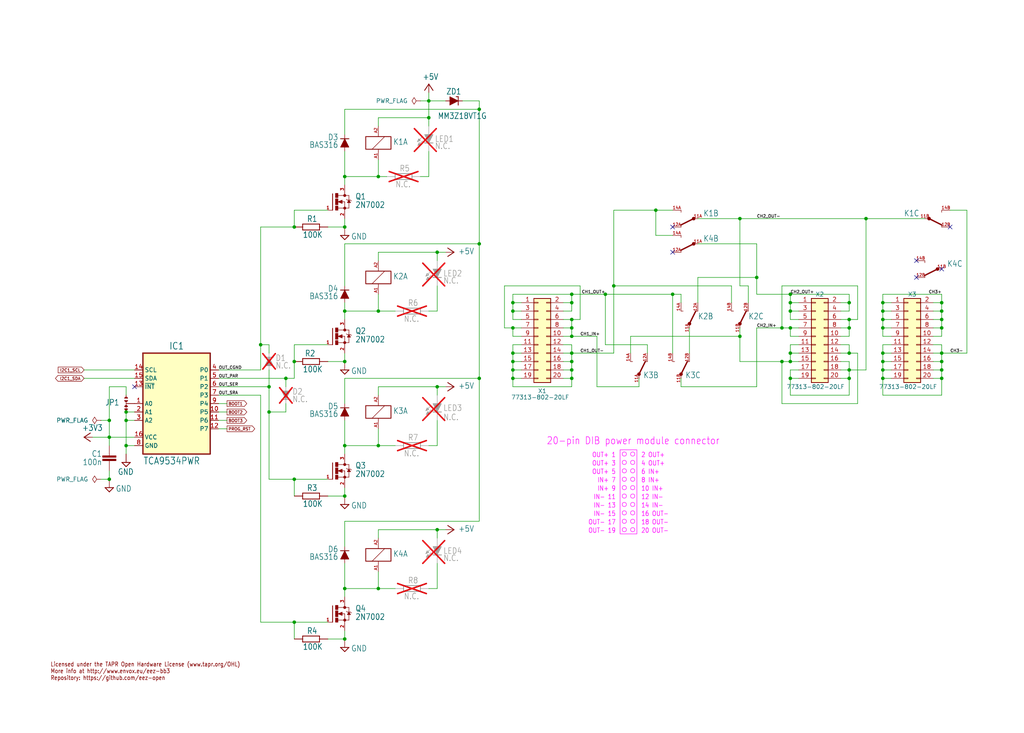
<source format=kicad_sch>
(kicad_sch (version 20230121) (generator eeschema)
  (paper "User" 309.347 221.463)
  (title_block (title "EEZ DIB B3C") (date "2024-01-03") (rev "r3B3") (company "Envox d.o.o.") (comment 1 "https://www.envox.eu"))
  (junction (at 88.9 109.22))
  (junction (at 104.14 109.22))
  (junction (at 238.76 114.3))
  (junction (at 81.28 124.46))
  (junction (at 256.54 106.68))
  (junction (at 238.76 91.44))
  (junction (at 198.12 63.5))
  (junction (at 223.52 101.6))
  (junction (at 256.54 91.44))
  (junction (at 154.94 93.98))
  (junction (at 154.94 99.06))
  (junction (at 104.14 149.86))
  (junction (at 284.48 99.06))
  (junction (at 203.2 88.9))
  (junction (at 256.54 96.52))
  (junction (at 266.7 91.44))
  (junction (at 266.7 99.06))
  (junction (at 104.14 68.58))
  (junction (at 38.1 127))
  (junction (at 238.76 88.9))
  (junction (at 236.22 99.06))
  (junction (at 266.7 109.22))
  (junction (at 284.48 96.52))
  (junction (at 144.78 73.66))
  (junction (at 104.14 177.8))
  (junction (at 81.28 116.84))
  (junction (at 266.7 106.68))
  (junction (at 172.72 101.6))
  (junction (at 266.7 111.76))
  (junction (at 185.42 86.36))
  (junction (at 86.36 114.3))
  (junction (at 38.1 134.62))
  (junction (at 104.14 53.34))
  (junction (at 261.62 66.04))
  (junction (at 284.48 111.76))
  (junction (at 284.48 109.22))
  (junction (at 114.3 53.34))
  (junction (at 114.3 134.62))
  (junction (at 88.9 144.78))
  (junction (at 114.3 93.98))
  (junction (at 172.72 114.3))
  (junction (at 238.76 109.22))
  (junction (at 284.48 93.98))
  (junction (at 182.88 88.9))
  (junction (at 238.76 106.68))
  (junction (at 266.7 96.52))
  (junction (at 223.52 66.04))
  (junction (at 172.72 109.22))
  (junction (at 154.94 111.76))
  (junction (at 33.02 144.78))
  (junction (at 132.08 160.02))
  (junction (at 154.94 109.22))
  (junction (at 88.9 187.96))
  (junction (at 236.22 109.22))
  (junction (at 284.48 91.44))
  (junction (at 172.72 88.9))
  (junction (at 132.08 76.2))
  (junction (at 172.72 96.52))
  (junction (at 172.72 111.76))
  (junction (at 172.72 106.68))
  (junction (at 129.54 35.56))
  (junction (at 104.14 93.98))
  (junction (at 172.72 99.06))
  (junction (at 129.54 30.48))
  (junction (at 266.7 114.3))
  (junction (at 256.54 99.06))
  (junction (at 38.1 124.46))
  (junction (at 114.3 177.8))
  (junction (at 172.72 91.44))
  (junction (at 144.78 114.3))
  (junction (at 256.54 111.76))
  (junction (at 144.78 33.02))
  (junction (at 238.76 99.06))
  (junction (at 228.6 83.82))
  (junction (at 284.48 106.68))
  (junction (at 154.94 106.68))
  (junction (at 154.94 114.3))
  (junction (at 154.94 91.44))
  (junction (at 266.7 93.98))
  (junction (at 33.02 132.08))
  (junction (at 284.48 114.3))
  (junction (at 78.74 104.14))
  (junction (at 88.9 68.58))
  (junction (at 104.14 134.62))
  (junction (at 238.76 93.98))
  (junction (at 33.02 127))
  (junction (at 256.54 114.3))
  (junction (at 104.14 193.04))
  (junction (at 132.08 116.84))
  (no_connect (at 203.2 68.58))
  (no_connect (at 276.86 83.82))
  (no_connect (at 276.86 78.74))
  (no_connect (at 40.64 116.84))
  (no_connect (at 287.02 68.58))
  (no_connect (at 284.48 81.28))
  (no_connect (at 203.2 76.2))
  (wire (pts (xy 38.1 134.62) (xy 38.1 137.16)) (stroke (width 0.1524)))
  (wire (pts (xy 256.54 106.68) (xy 259.08 106.68)))
  (wire (pts (xy 254 109.22) (xy 256.54 109.22)))
  (wire (pts (xy 236.22 86.36) (xy 236.22 99.06)))
  (wire (pts (xy 266.7 96.52) (xy 266.7 93.98)))
  (wire (pts (xy 104.14 180.34) (xy 104.14 177.8)) (stroke (width 0.1524)))
  (wire (pts (xy 228.6 83.82) (xy 228.6 88.9)) (stroke (width 0.1524)))
  (wire (pts (xy 154.94 116.84) (xy 154.94 114.3)))
  (wire (pts (xy 170.18 96.52) (xy 172.72 96.52)))
  (wire (pts (xy 104.14 53.34) (xy 104.14 45.72)) (stroke (width 0.1524)))
  (wire (pts (xy 182.88 104.14) (xy 182.88 88.9)) (stroke (width 0.1524)))
  (wire (pts (xy 172.72 114.3) (xy 172.72 116.84)))
  (wire (pts (xy 40.64 114.3) (xy 25.4 114.3)) (stroke (width 0.1524)))
  (wire (pts (xy 269.24 101.6) (xy 266.7 101.6)))
  (wire (pts (xy 266.7 114.3) (xy 269.24 114.3)))
  (wire (pts (xy 281.94 99.06) (xy 284.48 99.06)))
  (wire (pts (xy 144.78 30.48) (xy 144.78 33.02)) (stroke (width 0.1524)))
  (wire (pts (xy 154.94 93.98) (xy 154.94 91.44)))
  (wire (pts (xy 193.04 116.84) (xy 193.04 114.3)) (stroke (width 0.1524)))
  (wire (pts (xy 226.06 91.44) (xy 226.06 86.36)) (stroke (width 0.1524)))
  (wire (pts (xy 104.14 93.98) (xy 104.14 91.44)) (stroke (width 0.1524)))
  (wire (pts (xy 281.94 109.22) (xy 284.48 109.22)))
  (wire (pts (xy 129.54 177.8) (xy 132.08 177.8)) (stroke (width 0.1524)))
  (wire (pts (xy 154.94 93.98) (xy 157.48 93.98)))
  (wire (pts (xy 284.48 99.06) (xy 284.48 101.6)))
  (wire (pts (xy 266.7 96.52) (xy 266.7 99.06)))
  (wire (pts (xy 66.04 111.76) (xy 78.74 111.76)) (stroke (width 0.1524)))
  (wire (pts (xy 38.1 124.46) (xy 38.1 127)) (stroke (width 0.1524)))
  (wire (pts (xy 88.9 68.58) (xy 88.9 63.5)) (stroke (width 0.1524)))
  (wire (pts (xy 266.7 93.98) (xy 269.24 93.98)))
  (wire (pts (xy 281.94 111.76) (xy 284.48 111.76)))
  (wire (pts (xy 154.94 111.76) (xy 157.48 111.76)))
  (wire (pts (xy 114.3 160.02) (xy 114.3 162.56)) (stroke (width 0.1524)))
  (wire (pts (xy 104.14 177.8) (xy 104.14 170.18)) (stroke (width 0.1524)))
  (wire (pts (xy 254 91.44) (xy 256.54 91.44)))
  (wire (pts (xy 40.64 111.76) (xy 25.4 111.76)) (stroke (width 0.1524)))
  (wire (pts (xy 259.08 96.52) (xy 259.08 86.36)))
  (wire (pts (xy 284.48 104.14) (xy 284.48 106.68)))
  (wire (pts (xy 284.48 114.3) (xy 284.48 119.38)))
  (wire (pts (xy 220.98 91.44) (xy 220.98 86.36)) (stroke (width 0.1524)))
  (wire (pts (xy 254 104.14) (xy 256.54 104.14)))
  (wire (pts (xy 175.26 86.36) (xy 152.4 86.36)))
  (wire (pts (xy 114.3 35.56) (xy 114.3 38.1)) (stroke (width 0.1524)))
  (wire (pts (xy 104.14 137.16) (xy 104.14 134.62)) (stroke (width 0.1524)))
  (wire (pts (xy 134.62 76.2) (xy 132.08 76.2)) (stroke (width 0.1524)))
  (wire (pts (xy 266.7 111.76) (xy 269.24 111.76)))
  (wire (pts (xy 172.72 104.14) (xy 172.72 106.68)))
  (wire (pts (xy 99.06 193.04) (xy 104.14 193.04)) (stroke (width 0.1524)))
  (wire (pts (xy 266.7 104.14) (xy 266.7 106.68)))
  (wire (pts (xy 238.76 119.38) (xy 238.76 114.3)))
  (wire (pts (xy 99.06 63.5) (xy 88.9 63.5)) (stroke (width 0.1524)))
  (wire (pts (xy 154.94 106.68) (xy 154.94 109.22)))
  (wire (pts (xy 170.18 91.44) (xy 172.72 91.44)))
  (wire (pts (xy 281.94 101.6) (xy 284.48 101.6)))
  (wire (pts (xy 172.72 109.22) (xy 172.72 111.76)))
  (wire (pts (xy 254 114.3) (xy 256.54 114.3)))
  (wire (pts (xy 195.58 104.14) (xy 182.88 104.14)) (stroke (width 0.1524)))
  (wire (pts (xy 40.64 132.08) (xy 33.02 132.08)) (stroke (width 0.1524)))
  (wire (pts (xy 210.82 83.82) (xy 228.6 83.82)) (stroke (width 0.1524)))
  (wire (pts (xy 238.76 91.44) (xy 238.76 88.9)))
  (wire (pts (xy 99.06 104.14) (xy 88.9 104.14)) (stroke (width 0.1524)))
  (wire (pts (xy 33.02 132.08) (xy 27.94 132.08)) (stroke (width 0.1524)))
  (wire (pts (xy 88.9 187.96) (xy 88.9 193.04)) (stroke (width 0.1524)))
  (wire (pts (xy 238.76 109.22) (xy 241.3 109.22)))
  (wire (pts (xy 281.94 91.44) (xy 284.48 91.44)))
  (wire (pts (xy 241.3 96.52) (xy 238.76 96.52)))
  (wire (pts (xy 172.72 116.84) (xy 154.94 116.84)))
  (wire (pts (xy 114.3 93.98) (xy 119.38 93.98)) (stroke (width 0.1524)))
  (wire (pts (xy 228.6 88.9) (xy 238.76 88.9)) (stroke (width 0.1524)))
  (wire (pts (xy 281.94 96.52) (xy 284.48 96.52)))
  (wire (pts (xy 104.14 96.52) (xy 104.14 93.98)) (stroke (width 0.1524)))
  (wire (pts (xy 238.76 114.3) (xy 241.3 114.3)))
  (wire (pts (xy 114.3 76.2) (xy 132.08 76.2)) (stroke (width 0.1524)))
  (wire (pts (xy 228.6 116.84) (xy 228.6 99.06)) (stroke (width 0.1524)))
  (wire (pts (xy 33.02 142.24) (xy 33.02 144.78)) (stroke (width 0.1524)))
  (wire (pts (xy 281.94 93.98) (xy 284.48 93.98)))
  (wire (pts (xy 185.42 86.36) (xy 185.42 106.68)) (stroke (width 0.1524)))
  (wire (pts (xy 114.3 48.26) (xy 114.3 53.34)) (stroke (width 0.1524)))
  (wire (pts (xy 114.3 35.56) (xy 129.54 35.56)) (stroke (width 0.1524)))
  (wire (pts (xy 132.08 177.8) (xy 132.08 170.18)) (stroke (width 0.1524)))
  (wire (pts (xy 78.74 104.14) (xy 81.28 104.14)) (stroke (width 0.1524)))
  (wire (pts (xy 170.18 99.06) (xy 172.72 99.06)))
  (wire (pts (xy 129.54 27.94) (xy 129.54 30.48)) (stroke (width 0.1524)))
  (wire (pts (xy 129.54 93.98) (xy 132.08 93.98)) (stroke (width 0.1524)))
  (wire (pts (xy 104.14 165.1) (xy 104.14 157.48)) (stroke (width 0.1524)))
  (wire (pts (xy 129.54 35.56) (xy 129.54 38.1)) (stroke (width 0.1524)))
  (wire (pts (xy 152.4 99.06) (xy 154.94 99.06)))
  (wire (pts (xy 170.18 109.22) (xy 172.72 109.22)))
  (wire (pts (xy 180.34 116.84) (xy 193.04 116.84)) (stroke (width 0.1524)))
  (wire (pts (xy 104.14 40.64) (xy 104.14 33.02)) (stroke (width 0.1524)))
  (wire (pts (xy 254 96.52) (xy 256.54 96.52)))
  (wire (pts (xy 154.94 99.06) (xy 154.94 101.6)))
  (wire (pts (xy 256.54 109.22) (xy 256.54 111.76)))
  (wire (pts (xy 261.62 66.04) (xy 261.62 111.76)))
  (wire (pts (xy 66.04 116.84) (xy 81.28 116.84)) (stroke (width 0.1524)))
  (wire (pts (xy 132.08 116.84) (xy 132.08 119.38)) (stroke (width 0.1524)))
  (wire (pts (xy 81.28 116.84) (xy 81.28 124.46)) (stroke (width 0.1524)))
  (wire (pts (xy 154.94 104.14) (xy 154.94 106.68)))
  (wire (pts (xy 254 111.76) (xy 256.54 111.76)))
  (wire (pts (xy 172.72 111.76) (xy 172.72 114.3)))
  (wire (pts (xy 205.74 91.44) (xy 205.74 88.9)) (stroke (width 0.1524)))
  (wire (pts (xy 284.48 119.38) (xy 266.7 119.38)))
  (wire (pts (xy 266.7 106.68) (xy 269.24 106.68)))
  (wire (pts (xy 256.54 119.38) (xy 238.76 119.38)))
  (wire (pts (xy 132.08 160.02) (xy 132.08 162.56)) (stroke (width 0.1524)))
  (wire (pts (xy 119.38 134.62) (xy 114.3 134.62)) (stroke (width 0.1524)))
  (wire (pts (xy 259.08 121.92) (xy 236.22 121.92)))
  (wire (pts (xy 104.14 106.68) (xy 104.14 109.22)) (stroke (width 0.1524)))
  (wire (pts (xy 238.76 93.98) (xy 241.3 93.98)))
  (wire (pts (xy 152.4 86.36) (xy 152.4 99.06)))
  (wire (pts (xy 284.48 96.52) (xy 284.48 99.06)))
  (wire (pts (xy 284.48 106.68) (xy 284.48 109.22)))
  (wire (pts (xy 175.26 96.52) (xy 175.26 86.36)))
  (wire (pts (xy 261.62 66.04) (xy 279.4 66.04)) (stroke (width 0.1524)))
  (wire (pts (xy 104.14 33.02) (xy 144.78 33.02)) (stroke (width 0.1524)))
  (wire (pts (xy 30.48 144.78) (xy 33.02 144.78)))
  (wire (pts (xy 210.82 91.44) (xy 210.82 83.82)) (stroke (width 0.1524)))
  (wire (pts (xy 238.76 111.76) (xy 241.3 111.76)))
  (wire (pts (xy 78.74 104.14) (xy 78.74 68.58)) (stroke (width 0.1524)))
  (wire (pts (xy 154.94 109.22) (xy 154.94 111.76)))
  (wire (pts (xy 114.3 76.2) (xy 114.3 78.74)) (stroke (width 0.1524)))
  (wire (pts (xy 172.72 88.9) (xy 172.72 91.44)))
  (wire (pts (xy 287.02 63.5) (xy 292.1 63.5)) (stroke (width 0.1524)))
  (wire (pts (xy 241.3 101.6) (xy 238.76 101.6)))
  (wire (pts (xy 172.72 99.06) (xy 172.72 101.6)))
  (wire (pts (xy 210.82 73.66) (xy 228.6 73.66)) (stroke (width 0.1524)))
  (wire (pts (xy 144.78 114.3) (xy 144.78 73.66)) (stroke (width 0.1524)))
  (wire (pts (xy 66.04 124.46) (xy 68.58 124.46)) (stroke (width 0.1524)))
  (wire (pts (xy 185.42 86.36) (xy 185.42 63.5)) (stroke (width 0.1524)))
  (wire (pts (xy 114.3 116.84) (xy 132.08 116.84)) (stroke (width 0.1524)))
  (wire (pts (xy 223.52 101.6) (xy 223.52 109.22)) (stroke (width 0.1524)))
  (wire (pts (xy 81.28 124.46) (xy 81.28 144.78)) (stroke (width 0.1524)))
  (wire (pts (xy 259.08 86.36) (xy 236.22 86.36)))
  (wire (pts (xy 30.48 127) (xy 33.02 127)))
  (wire (pts (xy 238.76 88.9) (xy 256.54 88.9)))
  (wire (pts (xy 266.7 114.3) (xy 266.7 111.76)))
  (wire (pts (xy 154.94 91.44) (xy 154.94 88.9)))
  (wire (pts (xy 208.28 106.68) (xy 208.28 99.06)) (stroke (width 0.1524)))
  (wire (pts (xy 154.94 109.22) (xy 157.48 109.22)))
  (wire (pts (xy 266.7 88.9) (xy 284.48 88.9)))
  (wire (pts (xy 157.48 104.14) (xy 154.94 104.14)))
  (wire (pts (xy 256.54 91.44) (xy 256.54 93.98)))
  (wire (pts (xy 170.18 93.98) (xy 172.72 93.98)))
  (wire (pts (xy 254 101.6) (xy 256.54 101.6)))
  (wire (pts (xy 114.3 172.72) (xy 114.3 177.8)) (stroke (width 0.1524)))
  (wire (pts (xy 154.94 114.3) (xy 157.48 114.3)))
  (wire (pts (xy 172.72 96.52) (xy 172.72 99.06)))
  (wire (pts (xy 284.48 111.76) (xy 284.48 114.3)))
  (wire (pts (xy 266.7 99.06) (xy 266.7 101.6)))
  (wire (pts (xy 266.7 119.38) (xy 266.7 114.3)))
  (wire (pts (xy 198.12 71.12) (xy 198.12 63.5)) (stroke (width 0.1524)))
  (wire (pts (xy 66.04 119.38) (xy 78.74 119.38)) (stroke (width 0.1524)))
  (wire (pts (xy 170.18 111.76) (xy 172.72 111.76)))
  (wire (pts (xy 292.1 106.68) (xy 292.1 63.5)) (stroke (width 0.1524)))
  (wire (pts (xy 238.76 104.14) (xy 238.76 106.68)))
  (wire (pts (xy 190.5 101.6) (xy 223.52 101.6)) (stroke (width 0.1524)))
  (wire (pts (xy 127 53.34) (xy 129.54 53.34)) (stroke (width 0.1524)))
  (wire (pts (xy 223.52 109.22) (xy 236.22 109.22)))
  (wire (pts (xy 114.3 119.38) (xy 114.3 116.84)) (stroke (width 0.1524)))
  (wire (pts (xy 154.94 88.9) (xy 172.72 88.9)))
  (wire (pts (xy 40.64 134.62) (xy 38.1 134.62)) (stroke (width 0.1524)))
  (wire (pts (xy 266.7 91.44) (xy 269.24 91.44)))
  (wire (pts (xy 284.48 91.44) (xy 284.48 93.98)))
  (wire (pts (xy 254 93.98) (xy 256.54 93.98)))
  (wire (pts (xy 223.52 86.36) (xy 223.52 66.04)) (stroke (width 0.1524)))
  (wire (pts (xy 203.2 71.12) (xy 198.12 71.12)) (stroke (width 0.1524)))
  (wire (pts (xy 104.14 109.22) (xy 99.06 109.22)) (stroke (width 0.1524)))
  (wire (pts (xy 86.36 121.92) (xy 86.36 124.46)) (stroke (width 0.1524)))
  (wire (pts (xy 104.14 55.88) (xy 104.14 53.34)) (stroke (width 0.1524)))
  (wire (pts (xy 266.7 93.98) (xy 266.7 91.44)))
  (wire (pts (xy 281.94 114.3) (xy 284.48 114.3)))
  (wire (pts (xy 154.94 114.3) (xy 154.94 111.76)))
  (wire (pts (xy 157.48 101.6) (xy 154.94 101.6)))
  (wire (pts (xy 269.24 96.52) (xy 266.7 96.52)))
  (wire (pts (xy 33.02 134.62) (xy 33.02 132.08)) (stroke (width 0.1524)))
  (wire (pts (xy 104.14 68.58) (xy 99.06 68.58)) (stroke (width 0.1524)))
  (wire (pts (xy 281.94 104.14) (xy 284.48 104.14)))
  (wire (pts (xy 78.74 111.76) (xy 78.74 104.14)) (stroke (width 0.1524)))
  (wire (pts (xy 144.78 73.66) (xy 144.78 33.02)) (stroke (width 0.1524)))
  (wire (pts (xy 226.06 86.36) (xy 223.52 86.36)) (stroke (width 0.1524)))
  (wire (pts (xy 238.76 93.98) (xy 238.76 91.44)))
  (wire (pts (xy 104.14 121.92) (xy 104.14 114.3)) (stroke (width 0.1524)))
  (wire (pts (xy 132.08 134.62) (xy 132.08 127)) (stroke (width 0.1524)))
  (wire (pts (xy 114.3 53.34) (xy 104.14 53.34)) (stroke (width 0.1524)))
  (wire (pts (xy 205.74 114.3) (xy 205.74 116.84)) (stroke (width 0.1524)))
  (wire (pts (xy 281.94 106.68) (xy 284.48 106.68)))
  (wire (pts (xy 172.72 101.6) (xy 180.34 101.6)))
  (wire (pts (xy 172.72 88.9) (xy 182.88 88.9)))
  (wire (pts (xy 114.3 134.62) (xy 104.14 134.62)) (stroke (width 0.1524)))
  (wire (pts (xy 86.36 124.46) (xy 81.28 124.46)) (stroke (width 0.1524)))
  (wire (pts (xy 238.76 99.06) (xy 241.3 99.06)))
  (wire (pts (xy 104.14 149.86) (xy 99.06 149.86)) (stroke (width 0.1524)))
  (wire (pts (xy 284.48 109.22) (xy 284.48 111.76)))
  (wire (pts (xy 266.7 106.68) (xy 266.7 109.22)))
  (wire (pts (xy 238.76 106.68) (xy 238.76 109.22)))
  (wire (pts (xy 172.72 91.44) (xy 172.72 93.98)))
  (wire (pts (xy 104.14 73.66) (xy 144.78 73.66)) (stroke (width 0.1524)))
  (wire (pts (xy 157.48 96.52) (xy 154.94 96.52)))
  (wire (pts (xy 266.7 109.22) (xy 269.24 109.22)))
  (wire (pts (xy 256.54 104.14) (xy 256.54 106.68)))
  (wire (pts (xy 114.3 160.02) (xy 132.08 160.02)) (stroke (width 0.1524)))
  (wire (pts (xy 154.94 106.68) (xy 157.48 106.68)))
  (wire (pts (xy 38.1 116.84) (xy 33.02 116.84)) (stroke (width 0.1524)))
  (wire (pts (xy 127 30.48) (xy 129.54 30.48)))
  (wire (pts (xy 129.54 53.34) (xy 129.54 45.72)) (stroke (width 0.1524)))
  (wire (pts (xy 139.7 30.48) (xy 144.78 30.48)) (stroke (width 0.1524)))
  (wire (pts (xy 129.54 134.62) (xy 132.08 134.62)) (stroke (width 0.1524)))
  (wire (pts (xy 88.9 149.86) (xy 88.9 144.78)) (stroke (width 0.1524)))
  (wire (pts (xy 129.54 30.48) (xy 129.54 35.56)) (stroke (width 0.1524)))
  (wire (pts (xy 33.02 127) (xy 33.02 132.08)) (stroke (width 0.1524)))
  (wire (pts (xy 238.76 96.52) (xy 238.76 93.98)))
  (wire (pts (xy 81.28 116.84) (xy 81.28 111.76)) (stroke (width 0.1524)))
  (wire (pts (xy 78.74 119.38) (xy 78.74 187.96)) (stroke (width 0.1524)))
  (wire (pts (xy 256.54 96.52) (xy 259.08 96.52)))
  (wire (pts (xy 172.72 106.68) (xy 185.42 106.68)))
  (wire (pts (xy 170.18 101.6) (xy 172.72 101.6)))
  (wire (pts (xy 33.02 116.84) (xy 33.02 127)) (stroke (width 0.1524)))
  (wire (pts (xy 134.62 30.48) (xy 129.54 30.48)) (stroke (width 0.1524)))
  (wire (pts (xy 154.94 99.06) (xy 157.48 99.06)))
  (wire (pts (xy 99.06 187.96) (xy 88.9 187.96)) (stroke (width 0.1524)))
  (wire (pts (xy 114.3 88.9) (xy 114.3 93.98)) (stroke (width 0.1524)))
  (wire (pts (xy 132.08 93.98) (xy 132.08 86.36)) (stroke (width 0.1524)))
  (wire (pts (xy 195.58 106.68) (xy 195.58 104.14)) (stroke (width 0.1524)))
  (wire (pts (xy 284.48 106.68) (xy 292.1 106.68)))
  (wire (pts (xy 132.08 76.2) (xy 132.08 78.74)) (stroke (width 0.1524)))
  (wire (pts (xy 88.9 109.22) (xy 88.9 114.3)) (stroke (width 0.1524)))
  (wire (pts (xy 228.6 83.82) (xy 228.6 73.66)) (stroke (width 0.1524)))
  (wire (pts (xy 104.14 86.36) (xy 104.14 73.66)) (stroke (width 0.1524)))
  (wire (pts (xy 205.74 88.9) (xy 203.2 88.9)) (stroke (width 0.1524)))
  (wire (pts (xy 238.76 106.68) (xy 241.3 106.68)))
  (wire (pts (xy 104.14 134.62) (xy 104.14 127)) (stroke (width 0.1524)))
  (wire (pts (xy 40.64 127) (xy 38.1 127)) (stroke (width 0.1524)))
  (wire (pts (xy 236.22 109.22) (xy 238.76 109.22)))
  (wire (pts (xy 254 99.06) (xy 256.54 99.06)))
  (wire (pts (xy 256.54 111.76) (xy 261.62 111.76)))
  (wire (pts (xy 104.14 114.3) (xy 144.78 114.3)) (stroke (width 0.1524)))
  (wire (pts (xy 170.18 104.14) (xy 172.72 104.14)))
  (wire (pts (xy 66.04 129.54) (xy 68.58 129.54)) (stroke (width 0.1524)))
  (wire (pts (xy 238.76 91.44) (xy 241.3 91.44)))
  (wire (pts (xy 86.36 116.84) (xy 86.36 114.3)) (stroke (width 0.1524)))
  (wire (pts (xy 236.22 121.92) (xy 236.22 109.22)))
  (wire (pts (xy 241.3 104.14) (xy 238.76 104.14)))
  (wire (pts (xy 104.14 157.48) (xy 144.78 157.48)) (stroke (width 0.1524)))
  (wire (pts (xy 284.48 88.9) (xy 284.48 91.44)))
  (wire (pts (xy 254 106.68) (xy 256.54 106.68)))
  (wire (pts (xy 223.52 66.04) (xy 261.62 66.04)) (stroke (width 0.1524)))
  (wire (pts (xy 114.3 93.98) (xy 104.14 93.98)) (stroke (width 0.1524)))
  (wire (pts (xy 104.14 149.86) (xy 104.14 147.32)) (stroke (width 0.1524)))
  (wire (pts (xy 256.54 96.52) (xy 256.54 99.06)))
  (wire (pts (xy 236.22 99.06) (xy 238.76 99.06)))
  (wire (pts (xy 238.76 114.3) (xy 238.76 111.76)))
  (wire (pts (xy 238.76 99.06) (xy 238.76 101.6)))
  (wire (pts (xy 66.04 127) (xy 68.58 127)) (stroke (width 0.1524)))
  (wire (pts (xy 66.04 114.3) (xy 86.36 114.3)) (stroke (width 0.1524)))
  (wire (pts (xy 203.2 88.9) (xy 203.2 106.68)) (stroke (width 0.1524)))
  (wire (pts (xy 259.08 106.68) (xy 259.08 121.92)))
  (wire (pts (xy 154.94 96.52) (xy 154.94 93.98)))
  (wire (pts (xy 134.62 116.84) (xy 132.08 116.84)) (stroke (width 0.1524)))
  (wire (pts (xy 269.24 104.14) (xy 266.7 104.14)))
  (wire (pts (xy 134.62 160.02) (xy 132.08 160.02)) (stroke (width 0.1524)))
  (wire (pts (xy 154.94 91.44) (xy 157.48 91.44)))
  (wire (pts (xy 284.48 93.98) (xy 284.48 96.52)))
  (wire (pts (xy 172.72 106.68) (xy 172.72 109.22)))
  (wire (pts (xy 40.64 124.46) (xy 38.1 124.46)) (stroke (width 0.1524)))
  (wire (pts (xy 203.2 88.9) (xy 182.88 88.9)) (stroke (width 0.1524)))
  (wire (pts (xy 88.9 187.96) (xy 78.74 187.96)) (stroke (width 0.1524)))
  (wire (pts (xy 180.34 101.6) (xy 180.34 116.84)))
  (wire (pts (xy 88.9 109.22) (xy 88.9 104.14)) (stroke (width 0.1524)))
  (wire (pts (xy 104.14 66.04) (xy 104.14 68.58)) (stroke (width 0.1524)))
  (wire (pts (xy 66.04 121.92) (xy 68.58 121.92)) (stroke (width 0.1524)))
  (wire (pts (xy 78.74 68.58) (xy 88.9 68.58)) (stroke (width 0.1524)))
  (wire (pts (xy 256.54 111.76) (xy 256.54 114.3)))
  (wire (pts (xy 256.54 99.06) (xy 256.54 101.6)))
  (wire (pts (xy 144.78 157.48) (xy 144.78 114.3)) (stroke (width 0.1524)))
  (wire (pts (xy 86.36 114.3) (xy 88.9 114.3)) (stroke (width 0.1524)))
  (wire (pts (xy 266.7 91.44) (xy 266.7 88.9)))
  (wire (pts (xy 99.06 144.78) (xy 88.9 144.78)) (stroke (width 0.1524)))
  (wire (pts (xy 198.12 63.5) (xy 185.42 63.5)) (stroke (width 0.1524)))
  (wire (pts (xy 114.3 177.8) (xy 104.14 177.8)) (stroke (width 0.1524)))
  (wire (pts (xy 256.54 88.9) (xy 256.54 91.44)))
  (wire (pts (xy 172.72 96.52) (xy 175.26 96.52)))
  (wire (pts (xy 266.7 99.06) (xy 269.24 99.06)))
  (wire (pts (xy 38.1 119.38) (xy 38.1 116.84)) (stroke (width 0.1524)))
  (wire (pts (xy 220.98 86.36) (xy 185.42 86.36)) (stroke (width 0.1524)))
  (wire (pts (xy 190.5 106.68) (xy 190.5 101.6)) (stroke (width 0.1524)))
  (wire (pts (xy 88.9 144.78) (xy 81.28 144.78)) (stroke (width 0.1524)))
  (wire (pts (xy 114.3 53.34) (xy 116.84 53.34)) (stroke (width 0.1524)))
  (wire (pts (xy 256.54 114.3) (xy 256.54 119.38)))
  (wire (pts (xy 205.74 116.84) (xy 228.6 116.84)) (stroke (width 0.1524)))
  (wire (pts (xy 203.2 63.5) (xy 198.12 63.5)) (stroke (width 0.1524)))
  (wire (pts (xy 223.52 101.6) (xy 223.52 99.06)) (stroke (width 0.1524)))
  (wire (pts (xy 228.6 99.06) (xy 236.22 99.06)) (stroke (width 0.1524)))
  (wire (pts (xy 104.14 190.5) (xy 104.14 193.04)) (stroke (width 0.1524)))
  (wire (pts (xy 170.18 114.3) (xy 172.72 114.3)))
  (wire (pts (xy 170.18 106.68) (xy 172.72 106.68)))
  (wire (pts (xy 223.52 66.04) (xy 210.82 66.04)) (stroke (width 0.1524)))
  (wire (pts (xy 114.3 134.62) (xy 114.3 129.54)) (stroke (width 0.1524)))
  (wire (pts (xy 114.3 177.8) (xy 119.38 177.8)) (stroke (width 0.1524)))
  (wire (pts (xy 266.7 109.22) (xy 266.7 111.76)))
  (wire (pts (xy 38.1 127) (xy 38.1 134.62)) (stroke (width 0.1524)))
  (wire (pts (xy 81.28 104.14) (xy 81.28 106.68)) (stroke (width 0.1524)))
  (circle (center 191.135 137.16) (radius 0.635) (stroke (width 0.1524) (color 255 0 255 1)))
  (circle (center 191.135 142.24) (radius 0.635) (stroke (width 0.1524) (color 255 0 255 1)))
  (circle (center 191.135 139.7) (radius 0.635) (stroke (width 0.1524) (color 255 0 255 1)))
  (circle (center 191.135 152.4) (radius 0.635) (stroke (width 0.1524) (color 255 0 255 1)))
  (circle (center 188.595 137.16) (radius 0.635) (stroke (width 0.1524) (color 255 0 255 1)))
  (circle (center 191.135 157.48) (radius 0.635) (stroke (width 0.1524) (color 255 0 255 1)))
  (circle (center 188.595 154.94) (radius 0.635) (stroke (width 0.1524) (color 255 0 255 1)))
  (circle (center 188.595 149.86) (radius 0.635) (stroke (width 0.1524) (color 255 0 255 1)))
  (circle (center 188.595 160.02) (radius 0.635) (stroke (width 0.1524) (color 255 0 255 1)))
  (rectangle (start 187.325 135.89) (end 192.405 161.29) (stroke (width 0) (color 255 0 255 1)))
  (circle (center 191.135 160.02) (radius 0.635) (stroke (width 0.1524) (color 255 0 255 1)))
  (circle (center 188.595 152.4) (radius 0.635) (stroke (width 0.1524) (color 255 0 255 1)))
  (circle (center 188.595 144.78) (radius 0.635) (stroke (width 0.1524) (color 255 0 255 1)))
  (circle (center 188.595 157.48) (radius 0.635) (stroke (width 0.1524) (color 255 0 255 1)))
  (circle (center 191.135 149.86) (radius 0.635) (stroke (width 0.1524) (color 255 0 255 1)))
  (circle (center 188.595 142.24) (radius 0.635) (stroke (width 0.1524) (color 255 0 255 1)))
  (circle (center 191.135 144.78) (radius 0.635) (stroke (width 0.1524) (color 255 0 255 1)))
  (circle (center 188.595 139.7) (radius 0.635) (stroke (width 0.1524) (color 255 0 255 1)))
  (circle (center 191.135 154.94) (radius 0.635) (stroke (width 0.1524) (color 255 0 255 1)))
  (circle (center 191.135 147.32) (radius 0.635) (stroke (width 0.1524) (color 255 0 255 1)))
  (circle (center 188.595 147.32) (radius 0.635) (stroke (width 0.1524) (color 255 0 255 1)))
  (text "14 IN-" (at 193.675 153.67 0) (effects (font (size 1.4224 1.209)) (justify left bottom)))
  (text "Licensed under the TAPR Open Hardware License (www.tapr.org/OHL)\nMore info at http://www.envox.eu/eez-bb3\nRepository: https://github.com/eez-open" (at 15.24 205.74 0) (effects (font (size 1.27 1.0795)) (justify left bottom)))
  (text "OUT+ 5" (at 186.055 143.51 0) (effects (font (size 1.4224 1.209)) (justify right bottom)))
  (text "6 IN+" (at 193.675 143.51 0) (effects (font (size 1.4224 1.209)) (justify left bottom)))
  (text "12 IN-" (at 193.675 151.13 0) (effects (font (size 1.4224 1.209)) (justify left bottom)))
  (text "IN- 15" (at 186.055 156.21 0) (effects (font (size 1.4224 1.209)) (justify right bottom)))
  (text "IN- 13" (at 186.055 153.67 0) (effects (font (size 1.4224 1.209)) (justify right bottom)))
  (text "IN+ 9" (at 186.055 148.59 0) (effects (font (size 1.4224 1.209)) (justify right bottom)))
  (text "IN+ 7" (at 186.055 146.05 0) (effects (font (size 1.4224 1.209)) (justify right bottom)))
  (text "IN- 11" (at 186.055 151.13 0) (effects (font (size 1.4224 1.209)) (justify right bottom)))
  (text "16 OUT-" (at 193.675 156.21 0) (effects (font (size 1.4224 1.209)) (justify left bottom)))
  (text "20-pin DIB power module connector" (at 165.1 134.62 0) (effects (font (size 2.1844 1.8567)) (justify left bottom)))
  (text "OUT- 17" (at 186.055 158.75 0) (effects (font (size 1.4224 1.209)) (justify right bottom)))
  (text "OUT- 19" (at 186.055 161.29 0) (effects (font (size 1.4224 1.209)) (justify right bottom)))
  (text "10 IN+" (at 193.675 148.59 0) (effects (font (size 1.4224 1.209)) (justify left bottom)))
  (text "OUT+ 3" (at 186.055 140.97 0) (effects (font (size 1.4224 1.209)) (justify right bottom)))
  (text "18 OUT-" (at 193.675 158.75 0) (effects (font (size 1.4224 1.209)) (justify left bottom)))
  (text "OUT+ 1" (at 186.055 138.43 0) (effects (font (size 1.4224 1.209)) (justify right bottom)))
  (text "2 OUT+" (at 193.675 138.43 0) (effects (font (size 1.4224 1.209)) (justify left bottom)))
  (text "4 OUT+" (at 193.675 140.97 0) (effects (font (size 1.4224 1.209)) (justify left bottom)))
  (text "8 IN+" (at 193.675 146.05 0) (effects (font (size 1.4224 1.209)) (justify left bottom)))
  (text "20 OUT-" (at 193.675 161.29 0) (effects (font (size 1.4224 1.209)) (justify left bottom)))
  (label "OUT_SRA" (at 66.04 119.38 0) (effects (font (size 0.889 0.889))))
  (label "OUT_SER" (at 66.04 116.84 0) (effects (font (size 0.889 0.889))))
  (label "CH2_OUT-" (at 228.6 66.04 0) (effects (font (size 0.889 0.889))))
  (label "CH3+" (at 284.48 88.9 180) (effects (font (size 0.889 0.889))))
  (label "CH1_OUT-" (at 175.26 106.68 0) (effects (font (size 0.889 0.889))))
  (label "CH3-" (at 287.02 106.68 0) (effects (font (size 0.889 0.889))))
  (label "CH1_IN+" (at 175.26 101.6 0) (effects (font (size 0.889 0.889))))
  (label "CH1_OUT+" (at 182.88 88.9 180) (effects (font (size 0.889 0.889))))
  (label "OUT_PAR" (at 66.04 114.3 0) (effects (font (size 0.889 0.889))))
  (label "CH2_OUT+" (at 238.76 88.9 0) (effects (font (size 0.889 0.889))))
  (label "OUT_CGND" (at 66.04 111.76 0) (effects (font (size 0.889 0.889))))
  (label "CH2_IN+" (at 228.6 99.06 0) (effects (font (size 0.889 0.889))))
  (global_label "BOOT1" (shape output) (at 68.58 121.92 0) (effects (font (size 0.889 0.889))) (property "Intersheetrefs" "${INTERSHEET_REFS}" (effects hide)))
  (global_label "I2C1_SDA" (shape bidirectional) (at 25.4 114.3 180) (effects (font (size 0.889 0.889))) (property "Intersheetrefs" "${INTERSHEET_REFS}" (effects hide)))
  (global_label "I2C1_SCL" (shape input) (at 25.4 111.76 180) (effects (font (size 0.889 0.889))) (property "Intersheetrefs" "${INTERSHEET_REFS}" (effects hide)))
  (global_label "PROG_RST" (shape output) (at 68.58 129.54 0) (effects (font (size 0.889 0.889))) (property "Intersheetrefs" "${INTERSHEET_REFS}" (effects hide)))
  (global_label "BOOT2" (shape output) (at 68.58 124.46 0) (effects (font (size 0.889 0.889))) (property "Intersheetrefs" "${INTERSHEET_REFS}" (effects hide)))
  (global_label "BOOT3" (shape output) (at 68.58 127 0) (effects (font (size 0.889 0.889))) (property "Intersheetrefs" "${INTERSHEET_REFS}" (effects hide)))
  (symbol (lib_id "PCM_EEZ_symbols:+3V3") (at 25.4 132.08 90) (unit 1)
    (property "Reference" "#+3V01" (effects hide))
    (property "Value" "+3V3" (at 24.765 128.27 90) (effects (font (size 1.778 1.5113)) (justify right bottom)))
  )
  (symbol (lib_id "PCM_EEZ_unsorted:Relay RT424005") (at 279.4 66.04 270) (unit 3)
    (property "Reference" "K1" (at 273.05 65.405 90) (effects (font (size 1.778 1.5113)) (justify left bottom)))
    (property "Value" "RT424005" (effects hide))
    (property "Footprint" "PCM_EEZ_THT:RT424005" (effects hide))
    (property "DigiKey" "PB1998-ND" (effects hide))
    (property "Mouser" "655-RT424005 " (effects hide))
    (property "TME" "RT424005" (effects hide))
  )
  (symbol (lib_id "PCM_EEZ_symbols:GND") (at 104.14 152.4 0) (unit 1)
    (property "Reference" "#SUPPLY05" (effects hide))
    (property "Value" "GND" (at 106.045 153.67 0) (effects (font (size 1.778 1.5113)) (justify left bottom)))
  )
  (symbol (lib_id "PCM_EEZ_unsorted:Relay RT424005") (at 210.82 66.04 90) (mirror x) (unit 2)
    (property "Reference" "K1" (at 217.17 65.405 90) (effects (font (size 1.778 1.5113)) (justify left bottom)))
    (property "Value" "RT424005" (effects hide))
    (property "Footprint" "PCM_EEZ_THT:RT424005" (effects hide))
    (property "DigiKey" "PB1998-ND" (effects hide))
    (property "Mouser" "655-RT424005 " (effects hide))
    (property "TME" "RT424005" (effects hide))
  )
  (symbol (lib_id "PCM_EEZ_discretes:DIODE") (at 104.14 43.18 90) (unit 1)
    (property "Reference" "D3" (at 102.235 40.4876 90) (effects (font (size 1.778 1.5113)) (justify left bottom)))
    (property "Value" "BAS316" (at 102.235 42.7736 90) (effects (font (size 1.778 1.5113)) (justify left bottom)))
    (property "Footprint" "PCM_EEZ_SMD:SOD-323_1P8X1P35_ONS-M" (effects hide))
    (property "DigiKey" "1727-7370-1-ND" (effects hide))
    (property "Mouser" "771-BAS316-T/R" (effects hide))
    (property "TME" "BAS316,115" (effects hide))
  )
  (symbol (lib_id "PCM_EEZ_passives:R-EU") (at 124.46 93.98 180) (unit 1) (in_bom no) (dnp yes)
    (property "Reference" "R6" (at 123.19 92.4814 0) (effects (font (size 1.778 1.5113)) (justify right top)))
    (property "Value" "N.C." (at 121.92 97.282 0) (effects (font (size 1.778 1.5113)) (justify right top)))
    (property "Footprint" "Resistor_SMD:R_0805_2012Metric" (effects hide))
  )
  (symbol (lib_id "PCM_EEZ_discretes:DIODE_LED") (at 132.08 124.46 0) (unit 1) (in_bom no) (dnp yes)
    (property "Reference" "LED3" (at 133.858 124.206 0) (effects (font (size 1.778 1.5113)) (justify left bottom)))
    (property "Value" "N.C." (at 133.858 127 0) (effects (font (size 1.778 1.5113)) (justify left bottom)))
    (property "Footprint" "PCM_EEZ_SMD:LED_LTST-C170KGKT_LTO-L" (effects hide))
    (property "DigiKey" "160-1414-2-ND" (effects hide))
    (property "Mouser" "859-LTST-C170KGKT" (effects hide))
    (property "TME" "LTST-C170KGKT" (effects hide))
  )
  (symbol (lib_id "PCM_EEZ_passives:R-EU") (at 124.46 134.62 180) (unit 1) (in_bom no) (dnp yes)
    (property "Reference" "R7" (at 123.19 133.1214 0) (effects (font (size 1.778 1.5113)) (justify right top)))
    (property "Value" "N.C." (at 121.92 137.922 0) (effects (font (size 1.778 1.5113)) (justify right top)))
    (property "Footprint" "Resistor_SMD:R_0805_2012Metric" (effects hide))
  )
  (symbol (lib_id "PCM_EEZ_discretes:DIODE_ZENER") (at 137.16 30.48 0) (mirror x) (unit 1)
    (property "Reference" "ZD1" (at 134.747 26.67 0) (effects (font (size 1.778 1.5113)) (justify left bottom)))
    (property "Value" "MM3Z18VT1G" (at 132.207 34.036 0) (effects (font (size 1.778 1.5113)) (justify left bottom)))
    (property "Footprint" "PCM_EEZ_SMD:SOD-323_1P8X1P35_ONS-M" (effects hide))
    (property "DigiKey" "MM3Z18VT1GOSCT-ND" (effects hide))
    (property "Mouser" "863-MM3Z18VT1G" (effects hide))
    (property "TME" "MM3Z18VT1G" (effects hide))
  )
  (symbol (lib_id "PCM_EEZ_symbols:GND") (at 33.02 147.32 0) (unit 1)
    (property "Reference" "#SUPPLY01" (effects hide))
    (property "Value" "GND" (at 34.925 148.59 0) (effects (font (size 1.778 1.5113)) (justify left bottom)))
  )
  (symbol (lib_id "PCM_EEZ_passives:R-EU") (at 93.98 68.58 180) (unit 1)
    (property "Reference" "R1" (at 92.71 67.0814 0) (effects (font (size 1.778 1.5113)) (justify right top)))
    (property "Value" "100K" (at 91.44 71.882 0) (effects (font (size 1.778 1.5113)) (justify right top)))
    (property "Footprint" "Resistor_SMD:R_0805_2012Metric" (effects hide))
    (property "DigiKey" "RMCF0805FT100KCT-ND " (effects hide))
    (property "Mouser" "71-CRCW0805100KFKEAC" (effects hide))
    (property "TME" "SMD0805-100K-1%" (effects hide))
  )
  (symbol (lib_id "PCM_EEZ_connectors:Conn_2Rows-20Pins") (at 157.48 91.44 0) (unit 1)
    (property "Reference" "X1" (at 163.83 118.11 0))
    (property "Value" "77313-802-20LF" (at 163.195 120.015 0))
    (property "Footprint" "PCM_EEZ_connectors:77313-802-20LF" (effects hide))
    (property "DigiKey" "609-77313-802-20LF-ND" (effects hide))
    (property "Mouser" "649-77313-802-20LF" (effects hide))
    (property "TME" "DS1021-2*10SF11" (effects hide))
  )
  (symbol (lib_id "PCM_EEZ_unsorted:Relay RT424005") (at 284.48 81.28 90) (mirror x) (unit 3)
    (property "Reference" "K4" (at 290.83 80.645 90) (effects (font (size 1.778 1.5113)) (justify left bottom)))
    (property "Value" "RT424005" (effects hide))
    (property "Footprint" "PCM_EEZ_THT:RT424005" (effects hide))
    (property "DigiKey" "PB1998-ND" (effects hide))
    (property "Mouser" "655-RT424005 " (effects hide))
    (property "TME" "RT424005" (effects hide))
  )
  (symbol (lib_id "PCM_EEZ_discretes:NMOS") (at 101.6 101.6 0) (unit 1)
    (property "Reference" "Q2" (at 107.315 100.965 0) (effects (font (size 1.778 1.5113)) (justify left bottom)))
    (property "Value" "2N7002" (at 107.315 103.505 0) (effects (font (size 1.778 1.5113)) (justify left bottom)))
    (property "Footprint" "PCM_EEZ_SMD:SOT103P240X110-3N" (effects hide))
    (property "DigiKey" "T2N7002AKLMCT-ND" (effects hide))
    (property "Mouser" "757-T2N7002AKLM" (effects hide))
    (property "TME" "2N7002LT1G" (effects hide))
  )
  (symbol (lib_id "PCM_EEZ_symbols:GND") (at 38.1 139.7 0) (unit 1)
    (property "Reference" "#SUPPLY02" (effects hide))
    (property "Value" "GND" (at 35.56 143.51 0) (effects (font (size 1.778 1.5113)) (justify left bottom)))
  )
  (symbol (lib_id "PCM_EEZ_symbols:+5V") (at 137.16 76.2 270) (unit 1)
    (property "Reference" "#P+02" (effects hide))
    (property "Value" "+5V" (at 138.43 74.93 90) (effects (font (size 1.778 1.5113)) (justify left top)))
  )
  (symbol (lib_id "PCM_EEZ_unsorted:Relay RT424005") (at 205.74 114.3 0) (unit 3)
    (property "Reference" "K3" (at 207.01 114.3 0) (effects (font (size 1.778 1.5113)) (justify left bottom)))
    (property "Value" "RT424005" (effects hide))
    (property "Footprint" "PCM_EEZ_THT:RT424005" (effects hide))
    (property "DigiKey" "PB1998-ND" (effects hide))
    (property "Mouser" "655-RT424005 " (effects hide))
    (property "TME" "RT424005" (effects hide))
  )
  (symbol (lib_id "PCM_EEZ_unsorted:Relay RT424005") (at 193.04 114.3 0) (unit 2)
    (property "Reference" "K3" (at 194.31 114.3 0) (effects (font (size 1.778 1.5113)) (justify left bottom)))
    (property "Value" "RT424005" (effects hide))
    (property "Footprint" "PCM_EEZ_THT:RT424005" (effects hide))
    (property "DigiKey" "PB1998-ND" (effects hide))
    (property "Mouser" "655-RT424005 " (effects hide))
    (property "TME" "RT424005" (effects hide))
  )
  (symbol (lib_id "PCM_EEZ_unsorted:Relay RT424005") (at 210.82 73.66 90) (mirror x) (unit 2)
    (property "Reference" "K4" (at 217.17 73.025 90) (effects (font (size 1.778 1.5113)) (justify left bottom)))
    (property "Value" "RT424005" (effects hide))
    (property "Footprint" "PCM_EEZ_THT:RT424005" (effects hide))
    (property "DigiKey" "PB1998-ND" (effects hide))
    (property "Mouser" "655-RT424005 " (effects hide))
    (property "TME" "RT424005" (effects hide))
  )
  (symbol (lib_id "power:PWR_FLAG") (at 127 30.48 90) (unit 1)
    (property "Reference" "#FLG03" (effects hide))
    (property "Value" "PWR_FLAG" (at 123.19 30.48 90) (effects (justify left)))
  )
  (symbol (lib_id "PCM_EEZ_symbols:GND") (at 104.14 111.76 0) (unit 1)
    (property "Reference" "#SUPPLY04" (effects hide))
    (property "Value" "GND" (at 106.045 113.03 0) (effects (font (size 1.778 1.5113)) (justify left bottom)))
  )
  (symbol (lib_id "PCM_EEZ_discretes:DIODE_LED") (at 132.08 83.82 0) (unit 1) (in_bom no) (dnp yes)
    (property "Reference" "LED2" (at 133.858 83.566 0) (effects (font (size 1.778 1.5113)) (justify left bottom)))
    (property "Value" "N.C." (at 133.858 85.725 0) (effects (font (size 1.778 1.5113)) (justify left bottom)))
    (property "Footprint" "PCM_EEZ_SMD:LED_LTST-C170KGKT_LTO-L" (effects hide))
    (property "DigiKey" "160-1414-2-ND" (effects hide))
    (property "Mouser" "859-LTST-C170KGKT" (effects hide))
    (property "TME" "LTST-C170KGKT" (effects hide))
  )
  (symbol (lib_id "PCM_EEZ_passives:R-EU") (at 93.98 193.04 180) (unit 1)
    (property "Reference" "R4" (at 92.71 191.5414 0) (effects (font (size 1.778 1.5113)) (justify right top)))
    (property "Value" "100K" (at 91.44 196.342 0) (effects (font (size 1.778 1.5113)) (justify right top)))
    (property "Footprint" "Resistor_SMD:R_0805_2012Metric" (effects hide))
    (property "DigiKey" "RMCF0805FT100KCT-ND " (effects hide))
    (property "Mouser" "71-CRCW0805100KFKEAC" (effects hide))
    (property "TME" "SMD0805-100K-1%" (effects hide))
  )
  (symbol (lib_id "PCM_EEZ_TI:TCA9534PWR") (at 53.34 121.92 0) (unit 1)
    (property "Reference" "IC1" (at 51.054 105.664 0) (effects (font (size 2.0828 1.7703)) (justify left bottom)))
    (property "Value" "TCA9534PWR" (at 43.2562 140.3604 0) (effects (font (size 2.0828 1.7703)) (justify left bottom)))
    (property "Footprint" "PCM_EEZ_SMD:PW(R-PDSO-G16)" (effects hide))
    (property "DigiKey" "296-40574-1-ND " (effects hide))
    (property "Mouser" "595-TCA9534PWR" (effects hide))
    (property "TME" "TCA9534PWR" (effects hide))
  )
  (symbol (lib_id "PCM_EEZ_unsorted:JP3 shorted") (at 38.1 121.92 0) (unit 1) (in_bom no)
    (property "Reference" "JP1" (at 31.75 122.555 0) (effects (font (size 1.778 1.5113)) (justify left bottom)))
    (property "Value" "JP3-CUT" (effects hide))
    (property "Footprint" "PCM_EEZ_SMD:JP3 shorted" (effects hide))
  )
  (symbol (lib_id "PCM_EEZ_discretes:DIODE_LED") (at 129.54 43.18 0) (unit 1) (in_bom no) (dnp yes)
    (property "Reference" "LED1" (at 131.318 42.926 0) (effects (font (size 1.778 1.5113)) (justify left bottom)))
    (property "Value" "N.C." (at 131.318 45.085 0) (effects (font (size 1.778 1.5113)) (justify left bottom)))
    (property "Footprint" "PCM_EEZ_SMD:LED_LTST-C170KGKT_LTO-L" (effects hide))
    (property "DigiKey" "160-1414-2-ND" (effects hide))
    (property "Mouser" "859-LTST-C170KGKT" (effects hide))
    (property "TME" "LTST-C170KGKT" (effects hide))
  )
  (symbol (lib_id "PCM_EEZ_discretes:NMOS") (at 101.6 142.24 0) (unit 1)
    (property "Reference" "Q3" (at 107.315 141.605 0) (effects (font (size 1.778 1.5113)) (justify left bottom)))
    (property "Value" "2N7002" (at 107.315 144.145 0) (effects (font (size 1.778 1.5113)) (justify left bottom)))
    (property "Footprint" "PCM_EEZ_SMD:SOT103P240X110-3N" (effects hide))
    (property "DigiKey" "T2N7002AKLMCT-ND" (effects hide))
    (property "Mouser" "757-T2N7002AKLM" (effects hide))
    (property "TME" "2N7002LT1G" (effects hide))
  )
  (symbol (lib_id "PCM_EEZ_passives:R-EU") (at 93.98 109.22 180) (unit 1)
    (property "Reference" "R2" (at 92.075 107.7214 0) (effects (font (size 1.778 1.5113)) (justify right top)))
    (property "Value" "100K" (at 91.44 112.522 0) (effects (font (size 1.778 1.5113)) (justify right top)))
    (property "Footprint" "Resistor_SMD:R_0805_2012Metric" (effects hide))
    (property "DigiKey" "RMCF0805FT100KCT-ND " (effects hide))
    (property "Mouser" "71-CRCW0805100KFKEAC" (effects hide))
    (property "TME" "SMD0805-100K-1%" (effects hide))
  )
  (symbol (lib_id "PCM_EEZ_passives:R-EU") (at 93.98 149.86 180) (unit 1)
    (property "Reference" "R3" (at 92.71 148.3614 0) (effects (font (size 1.778 1.5113)) (justify right top)))
    (property "Value" "100K" (at 91.44 153.162 0) (effects (font (size 1.778 1.5113)) (justify right top)))
    (property "Footprint" "Resistor_SMD:R_0805_2012Metric" (effects hide))
    (property "DigiKey" "RMCF0805FT100KCT-ND " (effects hide))
    (property "Mouser" "71-CRCW0805100KFKEAC" (effects hide))
    (property "TME" "SMD0805-100K-1%" (effects hide))
  )
  (symbol (lib_id "PCM_EEZ_passives:R-EU") (at 124.46 177.8 180) (unit 1) (in_bom no) (dnp yes)
    (property "Reference" "R8" (at 123.19 176.3014 0) (effects (font (size 1.778 1.5113)) (justify right top)))
    (property "Value" "N.C." (at 121.92 181.102 0) (effects (font (size 1.778 1.5113)) (justify right top)))
    (property "Footprint" "Resistor_SMD:R_0805_2012Metric" (effects hide))
  )
  (symbol (lib_id "PCM_EEZ_discretes:NMOS") (at 101.6 185.42 0) (unit 1)
    (property "Reference" "Q4" (at 107.315 184.785 0) (effects (font (size 1.778 1.5113)) (justify left bottom)))
    (property "Value" "2N7002" (at 107.315 187.325 0) (effects (font (size 1.778 1.5113)) (justify left bottom)))
    (property "Footprint" "PCM_EEZ_SMD:SOT103P240X110-3N" (effects hide))
    (property "DigiKey" "T2N7002AKLMCT-ND" (effects hide))
    (property "Mouser" "757-T2N7002AKLM" (effects hide))
    (property "TME" "2N7002LT1G" (effects hide))
  )
  (symbol (lib_id "PCM_EEZ_symbols:+5V") (at 129.54 25.4 0) (unit 1)
    (property "Reference" "#P+01" (effects hide))
    (property "Value" "+5V" (at 127.635 22.225 0) (effects (font (size 1.778 1.5113)) (justify left top)))
  )
  (symbol (lib_id "PCM_EEZ_unsorted:Relay RT424005") (at 208.28 99.06 0) (unit 2)
    (property "Reference" "K2" (at 210.82 96.52 0) (effects (font (size 1.778 1.5113)) (justify left bottom)))
    (property "Value" "RT424005" (effects hide))
    (property "Footprint" "PCM_EEZ_THT:RT424005" (effects hide))
    (property "DigiKey" "PB1998-ND" (effects hide))
    (property "Mouser" "655-RT424005 " (effects hide))
    (property "TME" "RT424005" (effects hide))
  )
  (symbol (lib_id "PCM_EEZ_passives:C-EU") (at 33.02 137.16 0) (unit 1)
    (property "Reference" "C1" (at 30.861 138.049 0) (effects (font (size 1.778 1.5113)) (justify right bottom)))
    (property "Value" "100n" (at 30.861 140.589 0) (effects (font (size 1.778 1.5113)) (justify right bottom)))
    (property "Footprint" "Capacitor_SMD:C_0603_1608Metric" (effects hide))
    (property "DigiKey" "1276-1005-2-ND" (effects hide))
    (property "Mouser" "187-CL10B104KO8NNNC " (effects hide))
    (property "TME" "CL10B104KA8NNNC" (effects hide))
  )
  (symbol (lib_id "PCM_EEZ_discretes:DIODE") (at 81.28 109.22 270) (mirror x) (unit 1) (in_bom no) (dnp yes)
    (property "Reference" "D1" (at 83.185 107.1626 90) (effects (font (size 1.778 1.5113)) (justify left bottom)))
    (property "Value" "N.C." (at 83.185 109.4486 90) (effects (font (size 1.778 1.5113)) (justify left bottom)))
    (property "Footprint" "PCM_EEZ_SMD:SOD-323_1P8X1P35_ONS-M" (effects hide))
  )
  (symbol (lib_id "power:PWR_FLAG") (at 30.48 144.78 90) (unit 1)
    (property "Reference" "#FLG02" (effects hide))
    (property "Value" "PWR_FLAG" (at 26.67 144.78 90) (effects (justify left)))
  )
  (symbol (lib_id "PCM_EEZ_unsorted:Relay RT424005") (at 223.52 99.06 0) (unit 3)
    (property "Reference" "K2" (at 226.06 96.52 0) (effects (font (size 1.778 1.5113)) (justify left bottom)))
    (property "Value" "RT424005" (effects hide))
    (property "Footprint" "PCM_EEZ_THT:RT424005" (effects hide))
    (property "DigiKey" "PB1998-ND" (effects hide))
    (property "Mouser" "655-RT424005 " (effects hide))
    (property "TME" "RT424005" (effects hide))
  )
  (symbol (lib_id "PCM_EEZ_unsorted:Relay RT424005") (at 114.3 167.64 0) (unit 1)
    (property "Reference" "K4" (at 118.745 168.275 0) (effects (font (size 1.778 1.5113)) (justify left bottom)))
    (property "Value" "RT424005" (effects hide))
    (property "Footprint" "PCM_EEZ_THT:RT424005" (effects hide))
    (property "DigiKey" "PB1998-ND" (effects hide))
    (property "Mouser" "655-RT424005 " (effects hide))
    (property "TME" "RT424005" (effects hide))
  )
  (symbol (lib_id "PCM_EEZ_symbols:+5V") (at 137.16 160.02 270) (unit 1)
    (property "Reference" "#P+04" (effects hide))
    (property "Value" "+5V" (at 138.43 158.75 90) (effects (font (size 1.778 1.5113)) (justify left top)))
  )
  (symbol (lib_id "PCM_EEZ_symbols:GND") (at 104.14 71.12 0) (unit 1)
    (property "Reference" "#SUPPLY03" (effects hide))
    (property "Value" "GND" (at 106.045 72.39 0) (effects (font (size 1.778 1.5113)) (justify left bottom)))
  )
  (symbol (lib_id "PCM_EEZ_connectors:Conn_2Rows-20Pins") (at 269.24 91.44 0) (unit 1)
    (property "Reference" "X3" (at 275.59 88.9 0))
    (property "Value" "77313-802-20LF" (at 274.32 116.84 0))
    (property "Footprint" "PCM_EEZ_connectors:77313-802-20LF" (effects hide))
    (property "DigiKey" "609-77313-802-20LF-ND" (effects hide))
    (property "Mouser" "649-77313-802-20LF" (effects hide))
    (property "TME" "DS1021-2*10SF11" (effects hide))
  )
  (symbol (lib_id "PCM_EEZ_unsorted:Relay RT424005") (at 114.3 83.82 0) (unit 1)
    (property "Reference" "K2" (at 118.745 84.455 0) (effects (font (size 1.778 1.5113)) (justify left bottom)))
    (property "Value" "RT424005" (effects hide))
    (property "Footprint" "PCM_EEZ_THT:RT424005" (effects hide))
    (property "DigiKey" "PB1998-ND" (effects hide))
    (property "Mouser" "655-RT424005 " (effects hide))
    (property "TME" "RT424005" (effects hide))
  )
  (symbol (lib_id "PCM_EEZ_symbols:+5V") (at 137.16 116.84 270) (unit 1)
    (property "Reference" "#P+03" (effects hide))
    (property "Value" "+5V" (at 138.43 115.57 90) (effects (font (size 1.778 1.5113)) (justify left top)))
  )
  (symbol (lib_id "PCM_EEZ_symbols:GND") (at 104.14 195.58 0) (unit 1)
    (property "Reference" "#SUPPLY06" (effects hide))
    (property "Value" "GND" (at 106.045 196.85 0) (effects (font (size 1.778 1.5113)) (justify left bottom)))
  )
  (symbol (lib_id "PCM_EEZ_discretes:DIODE_LED") (at 132.08 167.64 0) (unit 1) (in_bom no) (dnp yes)
    (property "Reference" "LED4" (at 133.858 167.386 0) (effects (font (size 1.778 1.5113)) (justify left bottom)))
    (property "Value" "N.C." (at 133.858 169.545 0) (effects (font (size 1.778 1.5113)) (justify left bottom)))
    (property "Footprint" "PCM_EEZ_SMD:LED_LTST-C170KGKT_LTO-L" (effects hide))
    (property "DigiKey" "160-1414-2-ND" (effects hide))
    (property "Mouser" "859-LTST-C170KGKT" (effects hide))
    (property "TME" "LTST-C170KGKT" (effects hide))
  )
  (symbol (lib_id "PCM_EEZ_unsorted:Relay RT424005") (at 114.3 43.18 0) (unit 1)
    (property "Reference" "K1" (at 118.745 43.815 0) (effects (font (size 1.778 1.5113)) (justify left bottom)))
    (property "Value" "RT424005" (effects hide))
    (property "Footprint" "PCM_EEZ_THT:RT424005" (effects hide))
    (property "DigiKey" "PB1998-ND" (effects hide))
    (property "Mouser" "655-RT424005 " (effects hide))
    (property "TME" "RT424005" (effects hide))
  )
  (symbol (lib_id "PCM_EEZ_discretes:DIODE") (at 104.14 124.46 90) (unit 1)
    (property "Reference" "D5" (at 102.235 121.7676 90) (effects (font (size 1.778 1.5113)) (justify left bottom)))
    (property "Value" "BAS316" (at 102.235 124.0536 90) (effects (font (size 1.778 1.5113)) (justify left bottom)))
    (property "Footprint" "PCM_EEZ_SMD:SOD-323_1P8X1P35_ONS-M" (effects hide))
    (property "DigiKey" "1727-7370-1-ND" (effects hide))
    (property "Mouser" "771-BAS316-T/R" (effects hide))
    (property "TME" "BAS316,115" (effects hide))
  )
  (symbol (lib_id "PCM_EEZ_connectors:Conn_2Rows-20Pins") (at 241.3 91.44 0) (unit 1)
    (property "Reference" "X2" (at 247.65 88.9 0))
    (property "Value" "77313-802-20LF" (at 246.38 116.84 0))
    (property "Footprint" "PCM_EEZ_connectors:77313-802-20LF" (effects hide))
    (property "DigiKey" "609-77313-802-20LF-ND" (effects hide))
    (property "Mouser" "649-77313-802-20LF" (effects hide))
    (property "TME" "DS1021-2*10SF11" (effects hide))
  )
  (symbol (lib_id "PCM_EEZ_discretes:DIODE") (at 104.14 167.64 90) (unit 1)
    (property "Reference" "D6" (at 102.235 164.9476 90) (effects (font (size 1.778 1.5113)) (justify left bottom)))
    (property "Value" "BAS316" (at 102.235 167.2336 90) (effects (font (size 1.778 1.5113)) (justify left bottom)))
    (property "Footprint" "PCM_EEZ_SMD:SOD-323_1P8X1P35_ONS-M" (effects hide))
    (property "DigiKey" "1727-7370-1-ND" (effects hide))
    (property "Mouser" "771-BAS316-T/R" (effects hide))
    (property "TME" "BAS316,115" (effects hide))
  )
  (symbol (lib_id "PCM_EEZ_unsorted:Relay RT424005") (at 114.3 124.46 0) (unit 1)
    (property "Reference" "K3" (at 118.745 125.095 0) (effects (font (size 1.778 1.5113)) (justify left bottom)))
    (property "Value" "RT424005" (effects hide))
    (property "Footprint" "PCM_EEZ_THT:RT424005" (effects hide))
    (property "DigiKey" "PB1998-ND" (effects hide))
    (property "Mouser" "655-RT424005 " (effects hide))
    (property "TME" "RT424005" (effects hide))
  )
  (symbol (lib_id "PCM_EEZ_discretes:DIODE") (at 86.36 119.38 90) (mirror x) (unit 1) (in_bom no) (dnp yes)
    (property "Reference" "D2" (at 88.265 117.3226 90) (effects (font (size 1.778 1.5113)) (justify right top)))
    (property "Value" "N.C." (at 88.265 119.6086 90) (effects (font (size 1.778 1.5113)) (justify right top)))
    (property "Footprint" "PCM_EEZ_SMD:SOD-323_1P8X1P35_ONS-M" (effects hide))
  )
  (symbol (lib_id "PCM_EEZ_discretes:DIODE") (at 104.14 88.9 90) (unit 1)
    (property "Reference" "D4" (at 102.235 86.2076 90) (effects (font (size 1.778 1.5113)) (justify left bottom)))
    (property "Value" "BAS316" (at 102.235 88.4936 90) (effects (font (size 1.778 1.5113)) (justify left bottom)))
    (property "Footprint" "PCM_EEZ_SMD:SOD-323_1P8X1P35_ONS-M" (effects hide))
    (property "DigiKey" "1727-7370-1-ND" (effects hide))
    (property "Mouser" "771-BAS316-T/R" (effects hide))
    (property "TME" "BAS316,115" (effects hide))
  )
  (symbol (lib_id "PCM_EEZ_passives:R-EU") (at 121.92 53.34 180) (unit 1) (in_bom no) (dnp yes)
    (property "Reference" "R5" (at 120.65 51.8414 0) (effects (font (size 1.778 1.5113)) (justify right top)))
    (property "Value" "N.C." (at 119.38 56.642 0) (effects (font (size 1.778 1.5113)) (justify right top)))
    (property "Footprint" "Resistor_SMD:R_0805_2012Metric" (effects hide))
  )
  (symbol (lib_id "power:PWR_FLAG") (at 30.48 127 90) (unit 1)
    (property "Reference" "#FLG01" (effects hide))
    (property "Value" "PWR_FLAG" (at 26.67 127 90) (effects (justify left)))
  )
  (symbol (lib_id "PCM_EEZ_discretes:NMOS") (at 101.6 60.96 0) (unit 1)
    (property "Reference" "Q1" (at 107.315 60.325 0) (effects (font (size 1.778 1.5113)) (justify left bottom)))
    (property "Value" "2N7002" (at 107.315 62.865 0) (effects (font (size 1.778 1.5113)) (justify left bottom)))
    (property "Footprint" "PCM_EEZ_SMD:SOT103P240X110-3N" (effects hide))
    (property "DigiKey" "T2N7002AKLMCT-ND" (effects hide))
    (property "Mouser" "757-T2N7002AKLM" (effects hide))
    (property "TME" "2N7002LT1G" (effects hide))
  )
)
</source>
